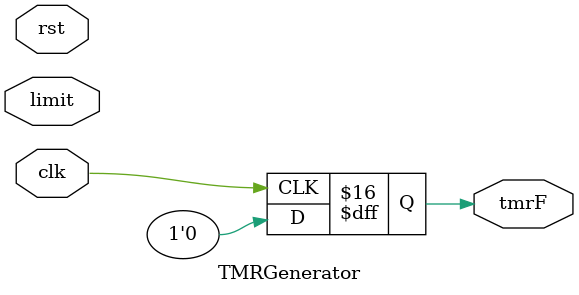
<source format=v>
`timescale 1ns / 1ps


module TMRGenerator(
    input         clk,
    input         rst,
    input [31:0]  limit,
    output reg    tmrF
);

reg [31:0] count;

always @ (posedge clk) begin
    if(rst) begin
        count <= 32'b0;
        tmrF  <= 1'b0;
    end
    else begin
        if(count == limit) begin
            count <= 32'b0;
            tmrF <= 1'b1;
        end
        if(count == limit + 1) begin
            count <= 32'b0;
            tmrF <= 1'b0;
        end
        else begin
            count <= count + 1;
            tmrF <= 1'b0;
        end
    end
end

endmodule

</source>
